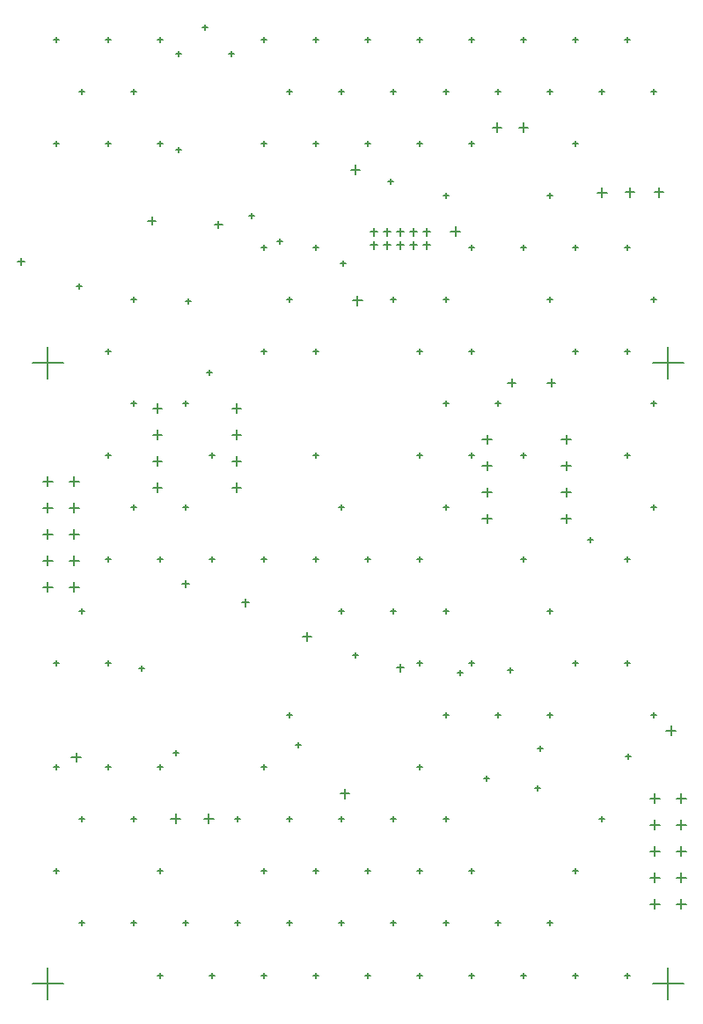
<source format=gbr>
%TF.GenerationSoftware,Altium Limited,Altium Designer,18.0.9 (584)*%
G04 Layer_Color=128*
%FSLAX26Y26*%
%MOIN*%
%TF.FileFunction,Drillmap*%
%TF.Part,Single*%
G01*
G75*
%TA.AperFunction,NonConductor*%
%ADD53C,0.005000*%
D53*
X617197Y774110D02*
X652630D01*
X634913Y756394D02*
Y791827D01*
X132197Y2050110D02*
X168023D01*
X150110Y2032197D02*
Y2068023D01*
X132197Y1950110D02*
X168023D01*
X150110Y1932197D02*
Y1968023D01*
X132197Y1850110D02*
X168023D01*
X150110Y1832197D02*
Y1868023D01*
X132197Y1750110D02*
X168023D01*
X150110Y1732197D02*
Y1768023D01*
X132197Y1650110D02*
X168023D01*
X150110Y1632197D02*
Y1668023D01*
X232197Y2050110D02*
X268023D01*
X250110Y2032197D02*
Y2068023D01*
X232197Y1950110D02*
X268023D01*
X250110Y1932197D02*
Y1968023D01*
X232197Y1850110D02*
X268023D01*
X250110Y1832197D02*
Y1868023D01*
X232197Y1750110D02*
X268023D01*
X250110Y1732197D02*
Y1768023D01*
X232197Y1650110D02*
X268023D01*
X250110Y1632197D02*
Y1668023D01*
X1934197Y3390110D02*
X1970023D01*
X1952110Y3372197D02*
Y3408023D01*
X1834197Y3390110D02*
X1870023D01*
X1852110Y3372197D02*
Y3408023D01*
X2043338Y2423260D02*
X2073338D01*
X2058338Y2408260D02*
Y2438260D01*
X1893732Y2423260D02*
X1923732D01*
X1908732Y2408260D02*
Y2438260D01*
X634110Y3669110D02*
X654110D01*
X644110Y3659110D02*
Y3679110D01*
X834110Y3669110D02*
X854110D01*
X844110Y3659110D02*
Y3679110D01*
X734110Y3769110D02*
X754110D01*
X744110Y3759110D02*
Y3779110D01*
X1796418Y2209568D02*
X1831851D01*
X1814134Y2191852D02*
Y2227285D01*
X1796418Y2109568D02*
X1831851D01*
X1814134Y2091852D02*
Y2127285D01*
X1796418Y2009568D02*
X1831851D01*
X1814134Y1991851D02*
Y2027284D01*
X1796418Y1909568D02*
X1831851D01*
X1814134Y1891851D02*
Y1927284D01*
X2096418Y2209568D02*
X2131851D01*
X2114134Y2191852D02*
Y2227285D01*
X2096418Y2109568D02*
X2131851D01*
X2114134Y2091852D02*
Y2127285D01*
X2096418Y2009568D02*
X2131851D01*
X2114134Y1991851D02*
Y2027284D01*
X2096418Y1909568D02*
X2131851D01*
X2114134Y1891851D02*
Y1927284D01*
X2432197Y850110D02*
X2468023D01*
X2450110Y832197D02*
Y868023D01*
X2432197Y750110D02*
X2468023D01*
X2450110Y732197D02*
Y768023D01*
X2432197Y650110D02*
X2468023D01*
X2450110Y632197D02*
Y668023D01*
X2432197Y550110D02*
X2468023D01*
X2450110Y532197D02*
Y568023D01*
X2432197Y450110D02*
X2468023D01*
X2450110Y432197D02*
Y468023D01*
X2532197Y850110D02*
X2568023D01*
X2550110Y832197D02*
Y868023D01*
X2532197Y750110D02*
X2568023D01*
X2550110Y732197D02*
Y768023D01*
X2532197Y650110D02*
X2568023D01*
X2550110Y632197D02*
Y668023D01*
X2532197Y550110D02*
X2568023D01*
X2550110Y532197D02*
Y568023D01*
X2532197Y450110D02*
X2568023D01*
X2550110Y432197D02*
Y468023D01*
X91055Y150110D02*
X209165D01*
X150110Y91055D02*
Y209165D01*
X2441055Y150110D02*
X2559165D01*
X2500110Y91055D02*
Y209165D01*
X91055Y2500110D02*
X209165D01*
X150110Y2441055D02*
Y2559165D01*
X2441055Y2500110D02*
X2559165D01*
X2500110Y2441055D02*
Y2559165D01*
X1571110Y2995112D02*
X1599110D01*
X1585110Y2981112D02*
Y3009112D01*
X1571110Y2945112D02*
X1599110D01*
X1585110Y2931112D02*
Y2959112D01*
X1521110Y2995112D02*
X1549110D01*
X1535110Y2981112D02*
Y3009112D01*
X1521110Y2945112D02*
X1549110D01*
X1535110Y2931112D02*
Y2959112D01*
X1471110Y2995112D02*
X1499110D01*
X1485110Y2981112D02*
Y3009112D01*
X1471110Y2945112D02*
X1499110D01*
X1485110Y2931112D02*
Y2959112D01*
X1421110Y2995112D02*
X1449110D01*
X1435110Y2981112D02*
Y3009112D01*
X1421110Y2945112D02*
X1449110D01*
X1435110Y2931112D02*
Y2959112D01*
X1371110Y2995112D02*
X1399110D01*
X1385110Y2981112D02*
Y3009112D01*
X1371110Y2945112D02*
X1399110D01*
X1385110Y2931112D02*
Y2959112D01*
X848394Y2027110D02*
X883827D01*
X866110Y2009394D02*
Y2044827D01*
X848394Y2127110D02*
X883827D01*
X866110Y2109394D02*
Y2144827D01*
X848394Y2227110D02*
X883827D01*
X866110Y2209394D02*
Y2244827D01*
X848394Y2327110D02*
X883827D01*
X866110Y2309394D02*
Y2344827D01*
X548394Y2027110D02*
X583827D01*
X566110Y2009394D02*
Y2044827D01*
X548394Y2127110D02*
X583827D01*
X566110Y2109394D02*
Y2144827D01*
X548394Y2227110D02*
X583827D01*
X566110Y2209394D02*
Y2244827D01*
X548394Y2327110D02*
X583827D01*
X566110Y2309394D02*
Y2344827D01*
X1297394Y3231110D02*
X1332827D01*
X1315110Y3213394D02*
Y3248827D01*
X1305394Y2735110D02*
X1340827D01*
X1323110Y2717394D02*
Y2752827D01*
X2448394Y3145110D02*
X2483827D01*
X2466110Y3127394D02*
Y3162827D01*
X2337394Y3145110D02*
X2372827D01*
X2355110Y3127394D02*
Y3162827D01*
X2232394Y3143810D02*
X2267827D01*
X2250110Y3126094D02*
Y3161527D01*
X1676394Y2997110D02*
X1711827D01*
X1694110Y2979394D02*
Y3014827D01*
X1114394Y1463110D02*
X1149827D01*
X1132110Y1445394D02*
Y1480827D01*
X742394Y774110D02*
X777827D01*
X760110Y756394D02*
Y791827D01*
X240042Y1005858D02*
X275475D01*
X257759Y988141D02*
Y1023574D01*
X1257394Y868110D02*
X1292827D01*
X1275110Y850394D02*
Y885827D01*
X2493394Y1107110D02*
X2528827D01*
X2511110Y1089394D02*
Y1124827D01*
X1893166Y1337474D02*
X1912851D01*
X1903009Y1327631D02*
Y1347316D01*
X1803410Y926110D02*
X1823095D01*
X1813252Y916268D02*
Y935953D01*
X1995520Y890110D02*
X2015205D01*
X2005362Y880268D02*
Y899952D01*
X1471110Y1345110D02*
X1499110D01*
X1485110Y1331110D02*
Y1359110D01*
X2340267Y1010110D02*
X2359952D01*
X2350110Y1000268D02*
Y1019952D01*
X886000Y1591492D02*
X914000D01*
X900000Y1577492D02*
Y1605492D01*
X658000Y1662000D02*
X686000D01*
X672000Y1648000D02*
Y1676000D01*
X35000Y2883000D02*
X63000D01*
X49000Y2869000D02*
Y2897000D01*
X260267Y2790110D02*
X279952D01*
X270110Y2780267D02*
Y2799952D01*
X783110Y3023110D02*
X811110D01*
X797110Y3009110D02*
Y3037110D01*
X2195267Y1830110D02*
X2214952D01*
X2205110Y1820267D02*
Y1839953D01*
X2005646Y1038780D02*
X2025331D01*
X2015488Y1028938D02*
Y1048622D01*
X1703957Y1325110D02*
X1723642D01*
X1713800Y1315267D02*
Y1334953D01*
X635268Y3305110D02*
X654953D01*
X645110Y3295268D02*
Y3314953D01*
X530110Y3037362D02*
X558110D01*
X544110Y3023362D02*
Y3051362D01*
X1020268Y2960110D02*
X1039953D01*
X1030110Y2950268D02*
Y2969953D01*
X911268Y3055110D02*
X930953D01*
X921110Y3045268D02*
Y3064953D01*
X672268Y2732110D02*
X691953D01*
X682110Y2722268D02*
Y2741953D01*
X1437773Y3185110D02*
X1457458D01*
X1447616Y3175268D02*
Y3194953D01*
X1258268Y2876110D02*
X1277953D01*
X1268110Y2866268D02*
Y2885953D01*
X752268Y2463110D02*
X771953D01*
X762110Y2453268D02*
Y2472953D01*
X1089268Y1053110D02*
X1108953D01*
X1099110Y1043268D02*
Y1062953D01*
X1306268Y1392065D02*
X1325953D01*
X1316110Y1382223D02*
Y1401908D01*
X495268Y1344110D02*
X514953D01*
X505110Y1334268D02*
Y1353953D01*
X625079Y1024110D02*
X644764D01*
X634922Y1014268D02*
Y1033953D01*
X269528Y377953D02*
X289528D01*
X279528Y367953D02*
Y387953D01*
X171102Y574803D02*
X191102D01*
X181102Y564803D02*
Y584803D01*
X269528Y771654D02*
X289528D01*
X279528Y761654D02*
Y781654D01*
X171102Y968504D02*
X191102D01*
X181102Y958504D02*
Y978504D01*
X171102Y1362205D02*
X191102D01*
X181102Y1352205D02*
Y1372205D01*
X269528Y1559055D02*
X289528D01*
X279528Y1549055D02*
Y1569055D01*
X171102Y3330709D02*
X191102D01*
X181102Y3320709D02*
Y3340709D01*
X269528Y3527559D02*
X289528D01*
X279528Y3517559D02*
Y3537559D01*
X171102Y3724410D02*
X191102D01*
X181102Y3714410D02*
Y3734410D01*
X466378Y377953D02*
X486378D01*
X476378Y367953D02*
Y387953D01*
X466378Y771654D02*
X486378D01*
X476378Y761654D02*
Y781654D01*
X367953Y968504D02*
X387953D01*
X377953Y958504D02*
Y978504D01*
X367953Y1362205D02*
X387953D01*
X377953Y1352205D02*
Y1372205D01*
X367953Y1755906D02*
X387953D01*
X377953Y1745906D02*
Y1765906D01*
X466378Y1952756D02*
X486378D01*
X476378Y1942756D02*
Y1962756D01*
X367953Y2149606D02*
X387953D01*
X377953Y2139606D02*
Y2159606D01*
X466378Y2346457D02*
X486378D01*
X476378Y2336457D02*
Y2356457D01*
X367953Y2543307D02*
X387953D01*
X377953Y2533307D02*
Y2553307D01*
X466378Y2740158D02*
X486378D01*
X476378Y2730158D02*
Y2750158D01*
X367953Y3330709D02*
X387953D01*
X377953Y3320709D02*
Y3340709D01*
X466378Y3527559D02*
X486378D01*
X476378Y3517559D02*
Y3537559D01*
X367953Y3724410D02*
X387953D01*
X377953Y3714410D02*
Y3734410D01*
X564803Y181102D02*
X584803D01*
X574803Y171102D02*
Y191102D01*
X663228Y377953D02*
X683228D01*
X673228Y367953D02*
Y387953D01*
X564803Y574803D02*
X584803D01*
X574803Y564803D02*
Y584803D01*
X564803Y968504D02*
X584803D01*
X574803Y958504D02*
Y978504D01*
X564803Y1755906D02*
X584803D01*
X574803Y1745906D02*
Y1765906D01*
X663228Y1952756D02*
X683228D01*
X673228Y1942756D02*
Y1962756D01*
X663228Y2346457D02*
X683228D01*
X673228Y2336457D02*
Y2356457D01*
X564803Y3330709D02*
X584803D01*
X574803Y3320709D02*
Y3340709D01*
X564803Y3724410D02*
X584803D01*
X574803Y3714410D02*
Y3734410D01*
X761654Y181102D02*
X781654D01*
X771654Y171102D02*
Y191102D01*
X860079Y377953D02*
X880079D01*
X870079Y367953D02*
Y387953D01*
X860079Y771654D02*
X880079D01*
X870079Y761654D02*
Y781654D01*
X761654Y1755906D02*
X781654D01*
X771654Y1745906D02*
Y1765906D01*
X761654Y2149606D02*
X781654D01*
X771654Y2139606D02*
Y2159606D01*
X958504Y181102D02*
X978504D01*
X968504Y171102D02*
Y191102D01*
X1056929Y377953D02*
X1076929D01*
X1066929Y367953D02*
Y387953D01*
X958504Y574803D02*
X978504D01*
X968504Y564803D02*
Y584803D01*
X1056929Y771654D02*
X1076929D01*
X1066929Y761654D02*
Y781654D01*
X958504Y968504D02*
X978504D01*
X968504Y958504D02*
Y978504D01*
X1056929Y1165354D02*
X1076929D01*
X1066929Y1155354D02*
Y1175354D01*
X958504Y1755906D02*
X978504D01*
X968504Y1745906D02*
Y1765906D01*
X958504Y2543307D02*
X978504D01*
X968504Y2533307D02*
Y2553307D01*
X1056929Y2740158D02*
X1076929D01*
X1066929Y2730158D02*
Y2750158D01*
X958504Y2937008D02*
X978504D01*
X968504Y2927008D02*
Y2947008D01*
X958504Y3330709D02*
X978504D01*
X968504Y3320709D02*
Y3340709D01*
X1056929Y3527559D02*
X1076929D01*
X1066929Y3517559D02*
Y3537559D01*
X958504Y3724410D02*
X978504D01*
X968504Y3714410D02*
Y3734410D01*
X1155354Y181102D02*
X1175354D01*
X1165354Y171102D02*
Y191102D01*
X1253780Y377953D02*
X1273780D01*
X1263780Y367953D02*
Y387953D01*
X1155354Y574803D02*
X1175354D01*
X1165354Y564803D02*
Y584803D01*
X1253780Y771654D02*
X1273780D01*
X1263780Y761654D02*
Y781654D01*
X1253780Y1559055D02*
X1273780D01*
X1263780Y1549055D02*
Y1569055D01*
X1155354Y1755906D02*
X1175354D01*
X1165354Y1745906D02*
Y1765906D01*
X1253780Y1952756D02*
X1273780D01*
X1263780Y1942756D02*
Y1962756D01*
X1155354Y2149606D02*
X1175354D01*
X1165354Y2139606D02*
Y2159606D01*
X1155354Y2543307D02*
X1175354D01*
X1165354Y2533307D02*
Y2553307D01*
X1155354Y2937008D02*
X1175354D01*
X1165354Y2927008D02*
Y2947008D01*
X1155354Y3330709D02*
X1175354D01*
X1165354Y3320709D02*
Y3340709D01*
X1253780Y3527559D02*
X1273780D01*
X1263780Y3517559D02*
Y3537559D01*
X1155354Y3724410D02*
X1175354D01*
X1165354Y3714410D02*
Y3734410D01*
X1352205Y181102D02*
X1372205D01*
X1362205Y171102D02*
Y191102D01*
X1450630Y377953D02*
X1470630D01*
X1460630Y367953D02*
Y387953D01*
X1352205Y574803D02*
X1372205D01*
X1362205Y564803D02*
Y584803D01*
X1450630Y771654D02*
X1470630D01*
X1460630Y761654D02*
Y781654D01*
X1450630Y1559055D02*
X1470630D01*
X1460630Y1549055D02*
Y1569055D01*
X1352205Y1755906D02*
X1372205D01*
X1362205Y1745906D02*
Y1765906D01*
X1450630Y2740158D02*
X1470630D01*
X1460630Y2730158D02*
Y2750158D01*
X1352205Y3330709D02*
X1372205D01*
X1362205Y3320709D02*
Y3340709D01*
X1450630Y3527559D02*
X1470630D01*
X1460630Y3517559D02*
Y3537559D01*
X1352205Y3724410D02*
X1372205D01*
X1362205Y3714410D02*
Y3734410D01*
X1549055Y181102D02*
X1569055D01*
X1559055Y171102D02*
Y191102D01*
X1647480Y377953D02*
X1667480D01*
X1657480Y367953D02*
Y387953D01*
X1549055Y574803D02*
X1569055D01*
X1559055Y564803D02*
Y584803D01*
X1647480Y771654D02*
X1667480D01*
X1657480Y761654D02*
Y781654D01*
X1549055Y968504D02*
X1569055D01*
X1559055Y958504D02*
Y978504D01*
X1647480Y1165354D02*
X1667480D01*
X1657480Y1155354D02*
Y1175354D01*
X1549055Y1362205D02*
X1569055D01*
X1559055Y1352205D02*
Y1372205D01*
X1647480Y1559055D02*
X1667480D01*
X1657480Y1549055D02*
Y1569055D01*
X1549055Y1755906D02*
X1569055D01*
X1559055Y1745906D02*
Y1765906D01*
X1647480Y1952756D02*
X1667480D01*
X1657480Y1942756D02*
Y1962756D01*
X1549055Y2149606D02*
X1569055D01*
X1559055Y2139606D02*
Y2159606D01*
X1647480Y2346457D02*
X1667480D01*
X1657480Y2336457D02*
Y2356457D01*
X1549055Y2543307D02*
X1569055D01*
X1559055Y2533307D02*
Y2553307D01*
X1647480Y2740158D02*
X1667480D01*
X1657480Y2730158D02*
Y2750158D01*
X1647480Y3133858D02*
X1667480D01*
X1657480Y3123858D02*
Y3143858D01*
X1549055Y3330709D02*
X1569055D01*
X1559055Y3320709D02*
Y3340709D01*
X1647480Y3527559D02*
X1667480D01*
X1657480Y3517559D02*
Y3537559D01*
X1549055Y3724410D02*
X1569055D01*
X1559055Y3714410D02*
Y3734410D01*
X1745906Y181102D02*
X1765906D01*
X1755906Y171102D02*
Y191102D01*
X1844331Y377953D02*
X1864331D01*
X1854331Y367953D02*
Y387953D01*
X1745906Y574803D02*
X1765906D01*
X1755906Y564803D02*
Y584803D01*
X1844331Y1165354D02*
X1864331D01*
X1854331Y1155354D02*
Y1175354D01*
X1745906Y1362205D02*
X1765906D01*
X1755906Y1352205D02*
Y1372205D01*
X1745906Y2149606D02*
X1765906D01*
X1755906Y2139606D02*
Y2159606D01*
X1844331Y2346457D02*
X1864331D01*
X1854331Y2336457D02*
Y2356457D01*
X1745906Y2543307D02*
X1765906D01*
X1755906Y2533307D02*
Y2553307D01*
X1745906Y2937008D02*
X1765906D01*
X1755906Y2927008D02*
Y2947008D01*
X1745906Y3330709D02*
X1765906D01*
X1755906Y3320709D02*
Y3340709D01*
X1844331Y3527559D02*
X1864331D01*
X1854331Y3517559D02*
Y3537559D01*
X1745906Y3724410D02*
X1765906D01*
X1755906Y3714410D02*
Y3734410D01*
X1942756Y181102D02*
X1962756D01*
X1952756Y171102D02*
Y191102D01*
X2041181Y377953D02*
X2061181D01*
X2051181Y367953D02*
Y387953D01*
X2041181Y1165354D02*
X2061181D01*
X2051181Y1155354D02*
Y1175354D01*
X2041181Y1559055D02*
X2061181D01*
X2051181Y1549055D02*
Y1569055D01*
X1942756Y1755906D02*
X1962756D01*
X1952756Y1745906D02*
Y1765906D01*
X1942756Y2149606D02*
X1962756D01*
X1952756Y2139606D02*
Y2159606D01*
X2041181Y2740158D02*
X2061181D01*
X2051181Y2730158D02*
Y2750158D01*
X1942756Y2937008D02*
X1962756D01*
X1952756Y2927008D02*
Y2947008D01*
X2041181Y3133858D02*
X2061181D01*
X2051181Y3123858D02*
Y3143858D01*
X2041181Y3527559D02*
X2061181D01*
X2051181Y3517559D02*
Y3537559D01*
X1942756Y3724410D02*
X1962756D01*
X1952756Y3714410D02*
Y3734410D01*
X2139606Y181102D02*
X2159606D01*
X2149606Y171102D02*
Y191102D01*
X2139606Y574803D02*
X2159606D01*
X2149606Y564803D02*
Y584803D01*
X2238032Y771654D02*
X2258032D01*
X2248032Y761654D02*
Y781654D01*
X2139606Y1362205D02*
X2159606D01*
X2149606Y1352205D02*
Y1372205D01*
X2139606Y2543307D02*
X2159606D01*
X2149606Y2533307D02*
Y2553307D01*
X2139606Y2937008D02*
X2159606D01*
X2149606Y2927008D02*
Y2947008D01*
X2139606Y3330709D02*
X2159606D01*
X2149606Y3320709D02*
Y3340709D01*
X2238032Y3527559D02*
X2258032D01*
X2248032Y3517559D02*
Y3537559D01*
X2139606Y3724410D02*
X2159606D01*
X2149606Y3714410D02*
Y3734410D01*
X2336457Y181102D02*
X2356457D01*
X2346457Y171102D02*
Y191102D01*
X2434882Y1165354D02*
X2454882D01*
X2444882Y1155354D02*
Y1175354D01*
X2336457Y1362205D02*
X2356457D01*
X2346457Y1352205D02*
Y1372205D01*
X2336457Y1755906D02*
X2356457D01*
X2346457Y1745906D02*
Y1765906D01*
X2434882Y1952756D02*
X2454882D01*
X2444882Y1942756D02*
Y1962756D01*
X2336457Y2149606D02*
X2356457D01*
X2346457Y2139606D02*
Y2159606D01*
X2434882Y2346457D02*
X2454882D01*
X2444882Y2336457D02*
Y2356457D01*
X2336457Y2543307D02*
X2356457D01*
X2346457Y2533307D02*
Y2553307D01*
X2434882Y2740158D02*
X2454882D01*
X2444882Y2730158D02*
Y2750158D01*
X2336457Y2937008D02*
X2356457D01*
X2346457Y2927008D02*
Y2947008D01*
X2434882Y3527559D02*
X2454882D01*
X2444882Y3517559D02*
Y3537559D01*
X2336457Y3724410D02*
X2356457D01*
X2346457Y3714410D02*
Y3734410D01*
%TF.MD5,5c8b3e4e61e710395ee8bfeed72e14e7*%
M02*

</source>
